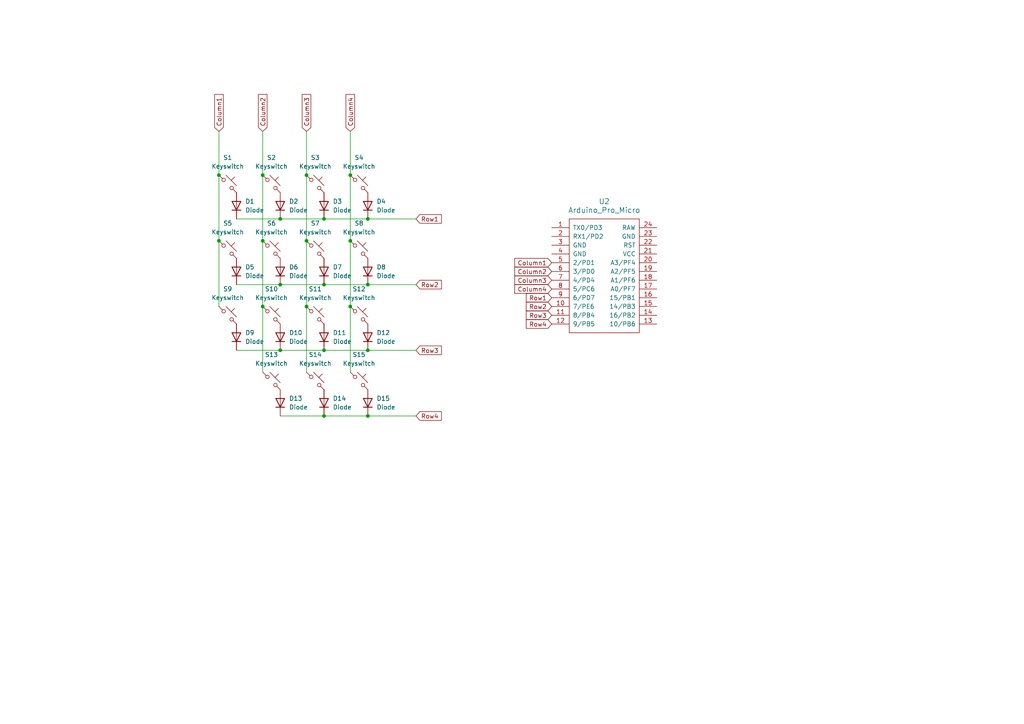
<source format=kicad_sch>
(kicad_sch (version 20230121) (generator eeschema)
  (paper "A4")
  (lib_symbols
    (symbol "Custom_symbols:MCU_Arduino_Pro_Micro" (pin_names (offset 1.016))
      (property "Reference" "U" (at 0 0 0))
      (property "Value" "Arduino_Pro_Micro" (at 0 -19.05 0))
      (symbol "MCU_Arduino_Pro_Micro_0_1"
        (rectangle (start -10.16 16.51) (end 10.16 -16.51))
      )
      (symbol "MCU_Arduino_Pro_Micro_1_1"
        (pin input line (at -15.24 13.97 0) (length 5.08) (name "TX0/PD3") (number "1"))
        (pin input line (at -15.24 -8.89 0) (length 5.08) (name "7/PE6") (number "10"))
        (pin input line (at -15.24 -11.43 0) (length 5.08) (name "8/PB4") (number "11"))
        (pin input line (at -15.24 -13.97 0) (length 5.08) (name "9/PB5") (number "12"))
        (pin input line (at 15.24 -13.97 180) (length 5.08) (name "10/PB6") (number "13"))
        (pin input line (at 15.24 -11.43 180) (length 5.08) (name "16/PB2") (number "14"))
        (pin input line (at 15.24 -8.89 180) (length 5.08) (name "14/PB3") (number "15"))
        (pin input line (at 15.24 -6.35 180) (length 5.08) (name "15/PB1") (number "16"))
        (pin input line (at 15.24 -3.81 180) (length 5.08) (name "A0/PF7") (number "17"))
        (pin input line (at 15.24 -1.27 180) (length 5.08) (name "A1/PF6") (number "18"))
        (pin input line (at 15.24 1.27 180) (length 5.08) (name "A2/PF5") (number "19"))
        (pin input line (at -15.24 11.43 0) (length 5.08) (name "RX1/PD2") (number "2"))
        (pin input line (at 15.24 3.81 180) (length 5.08) (name "A3/PF4") (number "20"))
        (pin input line (at 15.24 6.35 180) (length 5.08) (name "VCC") (number "21"))
        (pin input line (at 15.24 8.89 180) (length 5.08) (name "RST") (number "22"))
        (pin input line (at 15.24 11.43 180) (length 5.08) (name "GND") (number "23"))
        (pin input line (at 15.24 13.97 180) (length 5.08) (name "RAW") (number "24"))
        (pin input line (at -15.24 8.89 0) (length 5.08) (name "GND") (number "3"))
        (pin input line (at -15.24 6.35 0) (length 5.08) (name "GND") (number "4"))
        (pin input line (at -15.24 3.81 0) (length 5.08) (name "2/PD1") (number "5"))
        (pin input line (at -15.24 1.27 0) (length 5.08) (name "3/PD0") (number "6"))
        (pin input line (at -15.24 -1.27 0) (length 5.08) (name "4/PD4") (number "7"))
        (pin input line (at -15.24 -3.81 0) (length 5.08) (name "5/PC6") (number "8"))
        (pin input line (at -15.24 -6.35 0) (length 5.08) (name "6/PD7") (number "9"))
      )
    )
    (symbol "Custom_symbols:Placeholder_Diode" (pin_numbers hide) (pin_names hide)
      (property "Reference" "D" (at 0 2.54 0))
      (property "Value" "Diode" (at 0 -2.54 0))
      (symbol "Placeholder_Diode_0_1"
        (polyline (pts (xy -1.27 1.27) (xy -1.27 -1.27)) (stroke (width 0.254)))
        (polyline (pts (xy 1.27 0) (xy -1.27 0)))
        (polyline (pts (xy 1.27 1.27) (xy 1.27 -1.27) (xy -1.27 0) (xy 1.27 1.27)) (stroke (width 0.254)))
      )
      (symbol "Placeholder_Diode_1_1"
        (pin passive line (at -3.81 0 0) (length 2.54) (name "K") (number "1"))
        (pin passive line (at 3.81 0 180) (length 2.54) (name "A") (number "2"))
      )
    )
    (symbol "Custom_symbols:Placeholder_Keyswitch" (pin_numbers hide) (pin_names (offset 1.016) hide)
      (property "Reference" "S" (at 3.048 1.016 0))
      (property "Value" "Keyswitch" (at 0 -3.81 0))
      (symbol "Placeholder_Keyswitch_0_1"
        (circle (center -1.1684 1.1684) (radius 0.508))
        (polyline (pts (xy -0.508 2.54) (xy 2.54 -0.508)))
        (polyline (pts (xy 1.016 1.016) (xy 2.032 2.032)))
        (polyline (pts (xy -2.54 2.54) (xy -1.524 1.524) (xy -1.524 1.524)))
        (polyline (pts (xy 1.524 -1.524) (xy 2.54 -2.54) (xy 2.54 -2.54) (xy 2.54 -2.54)))
        (circle (center 1.143 -1.1938) (radius 0.508))
        (pin passive line (at -2.54 2.54 0) (length 0) (name "1") (number "1"))
        (pin passive line (at 2.54 -2.54 180) (length 0) (name "2") (number "2"))
      )
    )
  )
  (junction (at 63.5 69.85))
  (junction (at 76.2 88.9))
  (junction (at 101.6 88.9))
  (junction (at 101.6 69.85))
  (junction (at 93.98 63.5))
  (junction (at 93.98 82.55))
  (junction (at 88.9 50.8))
  (junction (at 81.28 101.6))
  (junction (at 106.68 63.5))
  (junction (at 106.68 82.55))
  (junction (at 63.5 50.8))
  (junction (at 93.98 120.65))
  (junction (at 106.68 101.6))
  (junction (at 81.28 63.5))
  (junction (at 88.9 69.85))
  (junction (at 93.98 101.6))
  (junction (at 76.2 50.8))
  (junction (at 101.6 50.8))
  (junction (at 81.28 82.55))
  (junction (at 76.2 69.85))
  (junction (at 88.9 88.9))
  (junction (at 106.68 120.65))
  (wire (pts (xy 93.98 82.55) (xy 106.68 82.55)))
  (wire (pts (xy 101.6 38.1) (xy 101.6 50.8)))
  (wire (pts (xy 106.68 63.5) (xy 120.65 63.5)))
  (wire (pts (xy 88.9 50.8) (xy 88.9 69.85)))
  (wire (pts (xy 81.28 120.65) (xy 93.98 120.65)))
  (wire (pts (xy 76.2 69.85) (xy 76.2 88.9)))
  (wire (pts (xy 106.68 120.65) (xy 120.65 120.65)))
  (wire (pts (xy 106.68 101.6) (xy 120.65 101.6)))
  (wire (pts (xy 101.6 69.85) (xy 101.6 88.9)))
  (wire (pts (xy 101.6 88.9) (xy 101.6 107.95)))
  (wire (pts (xy 68.58 101.6) (xy 81.28 101.6)))
  (wire (pts (xy 76.2 38.1) (xy 76.2 50.8)))
  (wire (pts (xy 81.28 63.5) (xy 93.98 63.5)))
  (wire (pts (xy 76.2 88.9) (xy 76.2 107.95)))
  (wire (pts (xy 93.98 120.65) (xy 106.68 120.65)))
  (wire (pts (xy 93.98 63.5) (xy 106.68 63.5)))
  (wire (pts (xy 68.58 82.55) (xy 81.28 82.55)))
  (wire (pts (xy 101.6 50.8) (xy 101.6 69.85)))
  (wire (pts (xy 88.9 38.1) (xy 88.9 50.8)))
  (wire (pts (xy 88.9 69.85) (xy 88.9 88.9)))
  (wire (pts (xy 63.5 69.85) (xy 63.5 88.9)))
  (wire (pts (xy 68.58 63.5) (xy 81.28 63.5)))
  (wire (pts (xy 81.28 101.6) (xy 93.98 101.6)))
  (wire (pts (xy 81.28 82.55) (xy 93.98 82.55)))
  (wire (pts (xy 63.5 38.1) (xy 63.5 50.8)))
  (wire (pts (xy 88.9 88.9) (xy 88.9 107.95)))
  (wire (pts (xy 93.98 101.6) (xy 106.68 101.6)))
  (wire (pts (xy 106.68 82.55) (xy 120.65 82.55)))
  (wire (pts (xy 63.5 50.8) (xy 63.5 69.85)))
  (wire (pts (xy 76.2 50.8) (xy 76.2 69.85)))
  (global_label "Column1" (shape input) (at 63.5 38.1 90) (property "Intersheetrefs" "${INTERSHEET_REFS}" (effects hide)))
  (global_label "Row3" (shape input) (at 120.65 101.6 0) (property "Intersheetrefs" "${INTERSHEET_REFS}" (effects hide)))
  (global_label "Column4" (shape input) (at 101.6 38.1 90) (property "Intersheetrefs" "${INTERSHEET_REFS}" (effects hide)))
  (global_label "Row3" (shape input) (at 160.02 91.44 180) (property "Intersheetrefs" "${INTERSHEET_REFS}" (effects hide)))
  (global_label "Column2" (shape input) (at 160.02 78.74 180) (property "Intersheetrefs" "${INTERSHEET_REFS}" (effects hide)))
  (global_label "Column1" (shape input) (at 160.02 76.2 180) (property "Intersheetrefs" "${INTERSHEET_REFS}" (effects hide)))
  (global_label "Column3" (shape input) (at 88.9 38.1 90) (property "Intersheetrefs" "${INTERSHEET_REFS}" (effects hide)))
  (global_label "Column4" (shape input) (at 160.02 83.82 180) (property "Intersheetrefs" "${INTERSHEET_REFS}" (effects hide)))
  (global_label "Row1" (shape input) (at 120.65 63.5 0) (property "Intersheetrefs" "${INTERSHEET_REFS}" (effects hide)))
  (global_label "Row1" (shape input) (at 160.02 86.36 180) (property "Intersheetrefs" "${INTERSHEET_REFS}" (effects hide)))
  (global_label "Column2" (shape input) (at 76.2 38.1 90) (property "Intersheetrefs" "${INTERSHEET_REFS}" (effects hide)))
  (global_label "Row2" (shape input) (at 160.02 88.9 180) (property "Intersheetrefs" "${INTERSHEET_REFS}" (effects hide)))
  (global_label "Column3" (shape input) (at 160.02 81.28 180) (property "Intersheetrefs" "${INTERSHEET_REFS}" (effects hide)))
  (global_label "Row2" (shape input) (at 120.65 82.55 0) (property "Intersheetrefs" "${INTERSHEET_REFS}" (effects hide)))
  (global_label "Row4" (shape input) (at 120.65 120.65 0) (property "Intersheetrefs" "${INTERSHEET_REFS}" (effects hide)))
  (global_label "Row4" (shape input) (at 160.02 93.98 180) (property "Intersheetrefs" "${INTERSHEET_REFS}" (effects hide)))
  (symbol (lib_id "Custom_symbols:Placeholder_Diode") (at 93.98 59.69 90) (unit 1)
    (property "Reference" "D3" (at 96.52 58.42 90) (effects (justify right)))
    (property "Value" "Diode" (at 96.52 60.96 90) (effects (justify right)))
    (property "Footprint" "microkeys_Components:Diode_SOD-123" (effects hide))
    (property "Sim.Device" "D" (effects hide))
    (property "Sim.Pins" "1=K 2=A" (effects hide))
  )
  (symbol (lib_id "Custom_symbols:Placeholder_Keyswitch") (at 91.44 91.44 0) (unit 1)
    (property "Reference" "S11" (at 91.44 83.82 0))
    (property "Value" "Keyswitch" (at 91.44 86.36 0))
    (property "Footprint" "microkeys_MX:MX_PCB_1.00u" (effects hide))
  )
  (symbol (lib_id "Custom_symbols:Placeholder_Keyswitch") (at 78.74 91.44 0) (unit 1)
    (property "Reference" "S10" (at 78.74 83.82 0))
    (property "Value" "Keyswitch" (at 78.74 86.36 0))
    (property "Footprint" "microkeys_MX:MX_PCB_1.00u" (effects hide))
  )
  (symbol (lib_id "Custom_symbols:Placeholder_Keyswitch") (at 66.04 91.44 0) (unit 1)
    (property "Reference" "S9" (at 66.04 83.82 0))
    (property "Value" "Keyswitch" (at 66.04 86.36 0))
    (property "Footprint" "microkeys_MX:MX_PCB_1.00u" (effects hide))
  )
  (symbol (lib_id "Custom_symbols:Placeholder_Keyswitch") (at 104.14 72.39 0) (unit 1)
    (property "Reference" "S8" (at 104.14 64.77 0))
    (property "Value" "Keyswitch" (at 104.14 67.31 0))
    (property "Footprint" "microkeys_MX:MX_PCB_1.00u" (effects hide))
  )
  (symbol (lib_id "Custom_symbols:Placeholder_Diode") (at 93.98 116.84 90) (unit 1)
    (property "Reference" "D14" (at 96.52 115.57 90) (effects (justify right)))
    (property "Value" "Diode" (at 96.52 118.11 90) (effects (justify right)))
    (property "Footprint" "microkeys_Components:Diode_SOD-123" (effects hide))
    (property "Sim.Device" "D" (effects hide))
    (property "Sim.Pins" "1=K 2=A" (effects hide))
  )
  (symbol (lib_id "Custom_symbols:Placeholder_Diode") (at 106.68 97.79 90) (unit 1)
    (property "Reference" "D12" (at 109.22 96.52 90) (effects (justify right)))
    (property "Value" "Diode" (at 109.22 99.06 90) (effects (justify right)))
    (property "Footprint" "microkeys_Components:Diode_SOD-123" (effects hide))
    (property "Sim.Device" "D" (effects hide))
    (property "Sim.Pins" "1=K 2=A" (effects hide))
  )
  (symbol (lib_id "Custom_symbols:Placeholder_Keyswitch") (at 104.14 91.44 0) (unit 1)
    (property "Reference" "S12" (at 104.14 83.82 0))
    (property "Value" "Keyswitch" (at 104.14 86.36 0))
    (property "Footprint" "microkeys_MX:MX_PCB_1.00u" (effects hide))
  )
  (symbol (lib_id "Custom_symbols:Placeholder_Keyswitch") (at 78.74 110.49 0) (unit 1)
    (property "Reference" "S13" (at 78.74 102.87 0))
    (property "Value" "Keyswitch" (at 78.74 105.41 0))
    (property "Footprint" "microkeys_MX:MX_PCB_1.00u" (effects hide))
  )
  (symbol (lib_id "Custom_symbols:Placeholder_Diode") (at 93.98 97.79 90) (unit 1)
    (property "Reference" "D11" (at 96.52 96.52 90) (effects (justify right)))
    (property "Value" "Diode" (at 96.52 99.06 90) (effects (justify right)))
    (property "Footprint" "microkeys_Components:Diode_SOD-123" (effects hide))
    (property "Sim.Device" "D" (effects hide))
    (property "Sim.Pins" "1=K 2=A" (effects hide))
  )
  (symbol (lib_id "Custom_symbols:Placeholder_Diode") (at 68.58 97.79 90) (unit 1)
    (property "Reference" "D9" (at 71.12 96.52 90) (effects (justify right)))
    (property "Value" "Diode" (at 71.12 99.06 90) (effects (justify right)))
    (property "Footprint" "microkeys_Components:Diode_SOD-123" (effects hide))
    (property "Sim.Device" "D" (effects hide))
    (property "Sim.Pins" "1=K 2=A" (effects hide))
  )
  (symbol (lib_id "Custom_symbols:Placeholder_Keyswitch") (at 78.74 53.34 0) (unit 1)
    (property "Reference" "S2" (at 78.74 45.72 0))
    (property "Value" "Keyswitch" (at 78.74 48.26 0))
    (property "Footprint" "microkeys_MX:MX_PCB_1.00u" (effects hide))
  )
  (symbol (lib_id "Custom_symbols:Placeholder_Diode") (at 81.28 116.84 90) (unit 1)
    (property "Reference" "D13" (at 83.82 115.57 90) (effects (justify right)))
    (property "Value" "Diode" (at 83.82 118.11 90) (effects (justify right)))
    (property "Footprint" "microkeys_Components:Diode_SOD-123" (effects hide))
    (property "Sim.Device" "D" (effects hide))
    (property "Sim.Pins" "1=K 2=A" (effects hide))
  )
  (symbol (lib_id "Custom_symbols:Placeholder_Diode") (at 68.58 59.69 90) (unit 1)
    (property "Reference" "D1" (at 71.12 58.42 90) (effects (justify right)))
    (property "Value" "Diode" (at 71.12 60.96 90) (effects (justify right)))
    (property "Footprint" "microkeys_Components:Diode_SOD-123" (effects hide))
    (property "Sim.Device" "D" (effects hide))
    (property "Sim.Pins" "1=K 2=A" (effects hide))
  )
  (symbol (lib_id "Custom_symbols:Placeholder_Keyswitch") (at 104.14 53.34 0) (unit 1)
    (property "Reference" "S4" (at 104.14 45.72 0))
    (property "Value" "Keyswitch" (at 104.14 48.26 0))
    (property "Footprint" "microkeys_MX:MX_PCB_1.00u" (effects hide))
  )
  (symbol (lib_id "Custom_symbols:Placeholder_Diode") (at 106.68 78.74 90) (unit 1)
    (property "Reference" "D8" (at 109.22 77.47 90) (effects (justify right)))
    (property "Value" "Diode" (at 109.22 80.01 90) (effects (justify right)))
    (property "Footprint" "microkeys_Components:Diode_SOD-123" (effects hide))
    (property "Sim.Device" "D" (effects hide))
    (property "Sim.Pins" "1=K 2=A" (effects hide))
  )
  (symbol (lib_id "Custom_symbols:Placeholder_Keyswitch") (at 91.44 110.49 0) (unit 1)
    (property "Reference" "S14" (at 91.44 102.87 0))
    (property "Value" "Keyswitch" (at 91.44 105.41 0))
    (property "Footprint" "microkeys_MX:MX_PCB_1.00u" (effects hide))
  )
  (symbol (lib_id "Custom_symbols:Placeholder_Keyswitch") (at 66.04 53.34 0) (unit 1)
    (property "Reference" "S1" (at 66.04 45.72 0))
    (property "Value" "Keyswitch" (at 66.04 48.26 0))
    (property "Footprint" "microkeys_MX:MX_PCB_1.00u" (effects hide))
  )
  (symbol (lib_id "Custom_symbols:Placeholder_Diode") (at 81.28 97.79 90) (unit 1)
    (property "Reference" "D10" (at 83.82 96.52 90) (effects (justify right)))
    (property "Value" "Diode" (at 83.82 99.06 90) (effects (justify right)))
    (property "Footprint" "microkeys_Components:Diode_SOD-123" (effects hide))
    (property "Sim.Device" "D" (effects hide))
    (property "Sim.Pins" "1=K 2=A" (effects hide))
  )
  (symbol (lib_id "Custom_symbols:Placeholder_Keyswitch") (at 91.44 53.34 0) (unit 1)
    (property "Reference" "S3" (at 91.44 45.72 0))
    (property "Value" "Keyswitch" (at 91.44 48.26 0))
    (property "Footprint" "microkeys_MX:MX_PCB_1.00u" (effects hide))
  )
  (symbol (lib_id "Custom_symbols:MCU_Arduino_Pro_Micro") (at 175.26 80.01 0) (unit 1)
    (property "Reference" "U2" (at 175.26 58.42 0) (effects (font (size 1.524 1.524))))
    (property "Value" "Arduino_Pro_Micro" (at 175.26 60.96 0) (effects (font (size 1.524 1.524))))
    (property "Footprint" "microkeys_MCU:Arduino_Pro_Micro" (effects hide))
  )
  (symbol (lib_id "Custom_symbols:Placeholder_Keyswitch") (at 66.04 72.39 0) (unit 1)
    (property "Reference" "S5" (at 66.04 64.77 0))
    (property "Value" "Keyswitch" (at 66.04 67.31 0))
    (property "Footprint" "microkeys_MX:MX_PCB_1.00u" (effects hide))
  )
  (symbol (lib_id "Custom_symbols:Placeholder_Keyswitch") (at 78.74 72.39 0) (unit 1)
    (property "Reference" "S6" (at 78.74 64.77 0))
    (property "Value" "Keyswitch" (at 78.74 67.31 0))
    (property "Footprint" "microkeys_MX:MX_PCB_1.00u" (effects hide))
  )
  (symbol (lib_id "Custom_symbols:Placeholder_Keyswitch") (at 91.44 72.39 0) (unit 1)
    (property "Reference" "S7" (at 91.44 64.77 0))
    (property "Value" "Keyswitch" (at 91.44 67.31 0))
    (property "Footprint" "microkeys_MX:MX_PCB_1.00u" (effects hide))
  )
  (symbol (lib_id "Custom_symbols:Placeholder_Diode") (at 106.68 116.84 90) (unit 1)
    (property "Reference" "D15" (at 109.22 115.57 90) (effects (justify right)))
    (property "Value" "Diode" (at 109.22 118.11 90) (effects (justify right)))
    (property "Footprint" "microkeys_Components:Diode_SOD-123" (effects hide))
    (property "Sim.Device" "D" (effects hide))
    (property "Sim.Pins" "1=K 2=A" (effects hide))
  )
  (symbol (lib_id "Custom_symbols:Placeholder_Diode") (at 93.98 78.74 90) (unit 1)
    (property "Reference" "D7" (at 96.52 77.47 90) (effects (justify right)))
    (property "Value" "Diode" (at 96.52 80.01 90) (effects (justify right)))
    (property "Footprint" "microkeys_Components:Diode_SOD-123" (effects hide))
    (property "Sim.Device" "D" (effects hide))
    (property "Sim.Pins" "1=K 2=A" (effects hide))
  )
  (symbol (lib_id "Custom_symbols:Placeholder_Diode") (at 81.28 78.74 90) (unit 1)
    (property "Reference" "D6" (at 83.82 77.47 90) (effects (justify right)))
    (property "Value" "Diode" (at 83.82 80.01 90) (effects (justify right)))
    (property "Footprint" "microkeys_Components:Diode_SOD-123" (effects hide))
    (property "Sim.Device" "D" (effects hide))
    (property "Sim.Pins" "1=K 2=A" (effects hide))
  )
  (symbol (lib_id "Custom_symbols:Placeholder_Keyswitch") (at 104.14 110.49 0) (unit 1)
    (property "Reference" "S15" (at 104.14 102.87 0))
    (property "Value" "Keyswitch" (at 104.14 105.41 0))
    (property "Footprint" "microkeys_MX:MX_PCB_1.00u" (effects hide))
  )
  (symbol (lib_id "Custom_symbols:Placeholder_Diode") (at 81.28 59.69 90) (unit 1)
    (property "Reference" "D2" (at 83.82 58.42 90) (effects (justify right)))
    (property "Value" "Diode" (at 83.82 60.96 90) (effects (justify right)))
    (property "Footprint" "microkeys_Components:Diode_SOD-123" (effects hide))
    (property "Sim.Device" "D" (effects hide))
    (property "Sim.Pins" "1=K 2=A" (effects hide))
  )
  (symbol (lib_id "Custom_symbols:Placeholder_Diode") (at 106.68 59.69 90) (unit 1)
    (property "Reference" "D4" (at 109.22 58.42 90) (effects (justify right)))
    (property "Value" "Diode" (at 109.22 60.96 90) (effects (justify right)))
    (property "Footprint" "microkeys_Components:Diode_SOD-123" (effects hide))
    (property "Sim.Device" "D" (effects hide))
    (property "Sim.Pins" "1=K 2=A" (effects hide))
  )
  (symbol (lib_id "Custom_symbols:Placeholder_Diode") (at 68.58 78.74 90) (unit 1)
    (property "Reference" "D5" (at 71.12 77.47 90) (effects (justify right)))
    (property "Value" "Diode" (at 71.12 80.01 90) (effects (justify right)))
    (property "Footprint" "microkeys_Components:Diode_SOD-123" (effects hide))
    (property "Sim.Device" "D" (effects hide))
    (property "Sim.Pins" "1=K 2=A" (effects hide))
  )
)
</source>
